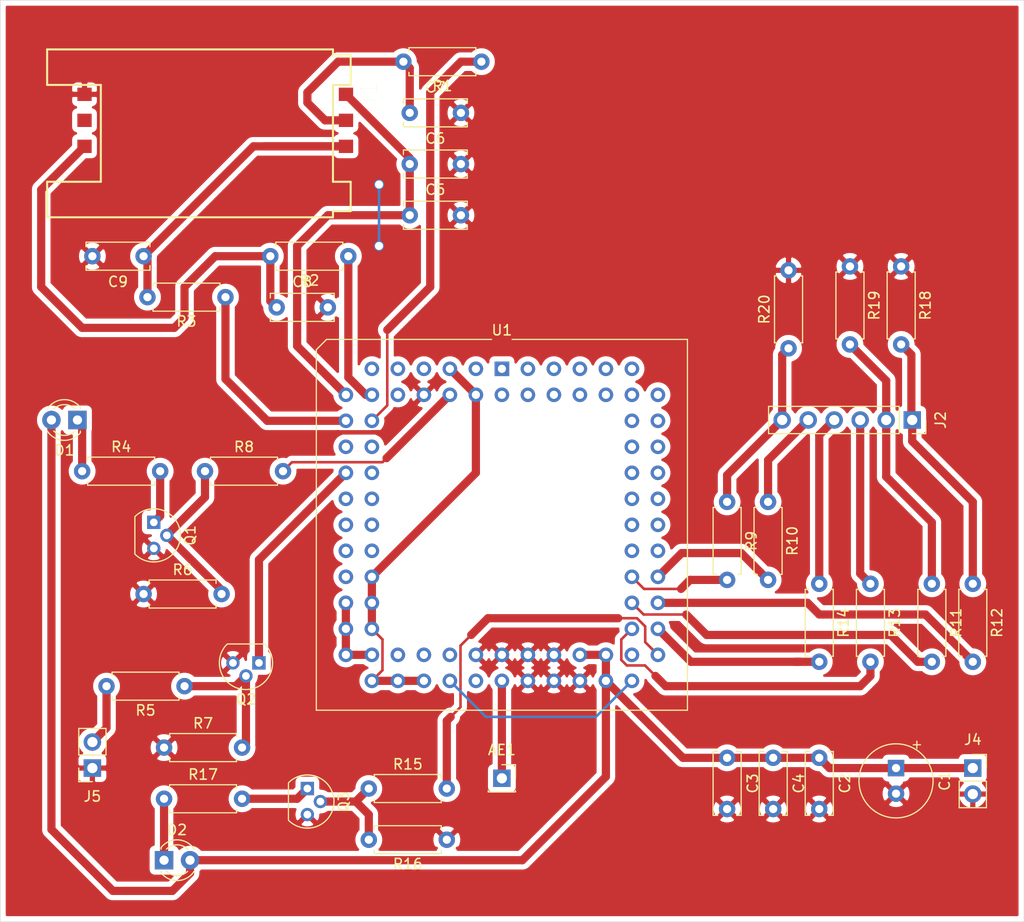
<source format=kicad_pcb>
(kicad_pcb (version 20171130) (host pcbnew "(5.1.9)-1")
  (layers (0 F.Cu signal) (31 B.Cu signal) (34 B.Paste user) (35 F.Paste user) (36 B.SilkS user) (37 F.SilkS user) (38 B.Mask user) (39 F.Mask user) (44 Edge.Cuts user))
  (net 0 "")
  (net 1 /RF_ANTENNA)
  (net 2 /VBAT)
  (net 3 GND)
  (net 4 /VCC_SIM)
  (net 5 "Net-(C7-Pad1)")
  (net 6 "Net-(C8-Pad1)")
  (net 7 "Net-(C9-Pad1)")
  (net 8 "Net-(D1-Pad1)")
  (net 9 "Net-(D2-Pad1)")
  (net 10 "Net-(J2-Pad1)")
  (net 11 "Net-(J2-Pad2)")
  (net 12 "Net-(J2-Pad3)")
  (net 13 "Net-(J2-Pad4)")
  (net 14 "Net-(J2-Pad5)")
  (net 15 "Net-(J2-Pad6)")
  (net 16 /PWR_KEY)
  (net 17 "Net-(Q1-Pad1)")
  (net 18 "Net-(Q1-Pad2)")
  (net 19 "Net-(Q2-Pad2)")
  (net 20 "Net-(Q2-Pad1)")
  (net 21 "Net-(Q3-Pad2)")
  (net 22 "Net-(Q3-Pad1)")
  (net 23 /SIM_DATA)
  (net 24 /SIM_CLK)
  (net 25 /SIM_RST)
  (net 26 "Net-(R8-Pad2)")
  (net 27 /RXD)
  (net 28 /TXD)
  (net 29 /DTR)
  (net 30 /RTS)
  (net 31 /CTS)
  (net 32 /DCD)
  (net 33 "Net-(R15-Pad2)")
  (net 34 "Net-(U1-Pad2)")
  (net 35 "Net-(U1-Pad27)")
  (net 36 "Net-(U1-Pad10)")
  (net 37 "Net-(U1-Pad1)")
  (net 38 "Net-(U1-Pad3)")
  (net 39 "Net-(U1-Pad7)")
  (net 40 "Net-(U1-Pad9)")
  (net 41 "Net-(U1-Pad11)")
  (net 42 "Net-(U1-Pad17)")
  (net 43 "Net-(U1-Pad19)")
  (net 44 "Net-(U1-Pad21)")
  (net 45 "Net-(U1-Pad23)")
  (net 46 "Net-(U1-Pad25)")
  (net 47 "Net-(U1-Pad16)")
  (net 48 "Net-(U1-Pad20)")
  (net 49 "Net-(U1-Pad22)")
  (net 50 "Net-(U1-Pad24)")
  (net 51 "Net-(U1-Pad26)")
  (net 52 "Net-(U1-Pad28)")
  (net 53 "Net-(U1-Pad36)")
  (net 54 "Net-(U1-Pad38)")
  (net 55 "Net-(U1-Pad40)")
  (net 56 "Net-(U1-Pad39)")
  (net 57 "Net-(U1-Pad41)")
  (net 58 "Net-(U1-Pad55)")
  (net 59 "Net-(U1-Pad63)")
  (net 60 "Net-(U1-Pad62)")
  (net 61 "Net-(U1-Pad64)")
  (net 62 "Net-(J1-PadC6)")
  (module Package_LCC:PLCC-84_THT-Socket (layer F.Cu) (at 234 86)
    (fp_text reference U1 (at 0 -3.77) (layer F.SilkS))
    (fp_text value M10_Queltec)
    (pad 2 thru_hole circle (at 0 2.54) (size 1.4224 1.4224) (drill 0.8) (layers *.Cu *.Mask) (net 34 "Net-(U1-Pad2)"))
    (pad 4 thru_hole circle (at -2.54 2.54) (size 1.4224 1.4224) (drill 0.8) (layers *.Cu *.Mask) (net 35 "Net-(U1-Pad27)"))
    (pad 6 thru_hole circle (at -5.08 2.54) (size 1.4224 1.4224) (drill 0.8) (layers *.Cu *.Mask) (net 26 "Net-(R8-Pad2)"))
    (pad 8 thru_hole circle (at -7.62 2.54) (size 1.4224 1.4224) (drill 0.8) (layers *.Cu *.Mask) (net 3 GND))
    (pad 10 thru_hole circle (at -10.16 2.54) (size 1.4224 1.4224) (drill 0.8) (layers *.Cu *.Mask) (net 36 "Net-(U1-Pad10)"))
    (pad 84 thru_hole circle (at 2.54 2.54) (size 1.4224 1.4224) (drill 0.8) (layers *.Cu *.Mask))
    (pad 82 thru_hole circle (at 5.08 2.54) (size 1.4224 1.4224) (drill 0.8) (layers *.Cu *.Mask))
    (pad 80 thru_hole circle (at 7.62 2.54) (size 1.4224 1.4224) (drill 0.8) (layers *.Cu *.Mask))
    (pad 78 thru_hole circle (at 10.16 2.54) (size 1.4224 1.4224) (drill 0.8) (layers *.Cu *.Mask))
    (pad 76 thru_hole circle (at 12.7 2.54) (size 1.4224 1.4224) (drill 0.8) (layers *.Cu *.Mask))
    (pad 74 thru_hole circle (at 15.24 2.54) (size 1.4224 1.4224) (drill 0.8) (layers *.Cu *.Mask))
    (pad 1 thru_hole rect (at 0 0) (size 1.4224 1.4224) (drill 0.8) (layers *.Cu *.Mask) (net 37 "Net-(U1-Pad1)"))
    (pad 3 thru_hole circle (at -2.54 0) (size 1.4224 1.4224) (drill 0.8) (layers *.Cu *.Mask) (net 38 "Net-(U1-Pad3)"))
    (pad 5 thru_hole circle (at -5.08 0) (size 1.4224 1.4224) (drill 0.8) (layers *.Cu *.Mask) (net 35 "Net-(U1-Pad27)"))
    (pad 7 thru_hole circle (at -7.62 0) (size 1.4224 1.4224) (drill 0.8) (layers *.Cu *.Mask) (net 39 "Net-(U1-Pad7)"))
    (pad 9 thru_hole circle (at -10.16 0) (size 1.4224 1.4224) (drill 0.8) (layers *.Cu *.Mask) (net 40 "Net-(U1-Pad9)"))
    (pad 11 thru_hole circle (at -12.7 0) (size 1.4224 1.4224) (drill 0.8) (layers *.Cu *.Mask) (net 41 "Net-(U1-Pad11)"))
    (pad 83 thru_hole circle (at 2.54 0) (size 1.4224 1.4224) (drill 0.8) (layers *.Cu *.Mask))
    (pad 81 thru_hole circle (at 5.08 0) (size 1.4224 1.4224) (drill 0.8) (layers *.Cu *.Mask))
    (pad 79 thru_hole circle (at 7.62 0) (size 1.4224 1.4224) (drill 0.8) (layers *.Cu *.Mask))
    (pad 77 thru_hole circle (at 10.16 0) (size 1.4224 1.4224) (drill 0.8) (layers *.Cu *.Mask))
    (pad 75 thru_hole circle (at 12.7 0) (size 1.4224 1.4224) (drill 0.8) (layers *.Cu *.Mask))
    (pad 13 thru_hole circle (at -12.7 2.54) (size 1.4224 1.4224) (drill 0.8) (layers *.Cu *.Mask) (net 23 /SIM_DATA))
    (pad 15 thru_hole circle (at -12.7 5.08) (size 1.4224 1.4224) (drill 0.8) (layers *.Cu *.Mask) (net 25 /SIM_RST))
    (pad 17 thru_hole circle (at -12.7 7.62) (size 1.4224 1.4224) (drill 0.8) (layers *.Cu *.Mask) (net 42 "Net-(U1-Pad17)"))
    (pad 19 thru_hole circle (at -12.7 10.16) (size 1.4224 1.4224) (drill 0.8) (layers *.Cu *.Mask) (net 43 "Net-(U1-Pad19)"))
    (pad 21 thru_hole circle (at -12.7 12.7) (size 1.4224 1.4224) (drill 0.8) (layers *.Cu *.Mask) (net 44 "Net-(U1-Pad21)"))
    (pad 23 thru_hole circle (at -12.7 15.24) (size 1.4224 1.4224) (drill 0.8) (layers *.Cu *.Mask) (net 45 "Net-(U1-Pad23)"))
    (pad 25 thru_hole circle (at -12.7 17.78) (size 1.4224 1.4224) (drill 0.8) (layers *.Cu *.Mask) (net 46 "Net-(U1-Pad25)"))
    (pad 27 thru_hole circle (at -12.7 20.32) (size 1.4224 1.4224) (drill 0.8) (layers *.Cu *.Mask) (net 35 "Net-(U1-Pad27)"))
    (pad 29 thru_hole circle (at -12.7 22.86) (size 1.4224 1.4224) (drill 0.8) (layers *.Cu *.Mask) (net 35 "Net-(U1-Pad27)"))
    (pad 31 thru_hole circle (at -12.7 25.4) (size 1.4224 1.4224) (drill 0.8) (layers *.Cu *.Mask) (net 35 "Net-(U1-Pad27)"))
    (pad 12 thru_hole circle (at -15.24 2.54) (size 1.4224 1.4224) (drill 0.8) (layers *.Cu *.Mask) (net 4 /VCC_SIM))
    (pad 14 thru_hole circle (at -15.24 5.08) (size 1.4224 1.4224) (drill 0.8) (layers *.Cu *.Mask) (net 24 /SIM_CLK))
    (pad 16 thru_hole circle (at -15.24 7.62) (size 1.4224 1.4224) (drill 0.8) (layers *.Cu *.Mask) (net 47 "Net-(U1-Pad16)"))
    (pad 18 thru_hole circle (at -15.24 10.16) (size 1.4224 1.4224) (drill 0.8) (layers *.Cu *.Mask) (net 20 "Net-(Q2-Pad1)"))
    (pad 20 thru_hole circle (at -15.24 12.7) (size 1.4224 1.4224) (drill 0.8) (layers *.Cu *.Mask) (net 48 "Net-(U1-Pad20)"))
    (pad 22 thru_hole circle (at -15.24 15.24) (size 1.4224 1.4224) (drill 0.8) (layers *.Cu *.Mask) (net 49 "Net-(U1-Pad22)"))
    (pad 24 thru_hole circle (at -15.24 17.78) (size 1.4224 1.4224) (drill 0.8) (layers *.Cu *.Mask) (net 50 "Net-(U1-Pad24)"))
    (pad 26 thru_hole circle (at -15.24 20.32) (size 1.4224 1.4224) (drill 0.8) (layers *.Cu *.Mask) (net 51 "Net-(U1-Pad26)"))
    (pad 28 thru_hole circle (at -15.24 22.86) (size 1.4224 1.4224) (drill 0.8) (layers *.Cu *.Mask) (net 52 "Net-(U1-Pad28)"))
    (pad 30 thru_hole circle (at -15.24 25.4) (size 1.4224 1.4224) (drill 0.8) (layers *.Cu *.Mask) (net 52 "Net-(U1-Pad28)"))
    (pad 32 thru_hole circle (at -15.24 27.94) (size 1.4224 1.4224) (drill 0.8) (layers *.Cu *.Mask) (net 52 "Net-(U1-Pad28)"))
    (pad 34 thru_hole circle (at -12.7 27.94) (size 1.4224 1.4224) (drill 0.8) (layers *.Cu *.Mask) (net 52 "Net-(U1-Pad28)"))
    (pad 36 thru_hole circle (at -10.16 27.94) (size 1.4224 1.4224) (drill 0.8) (layers *.Cu *.Mask) (net 53 "Net-(U1-Pad36)"))
    (pad 38 thru_hole circle (at -7.62 27.94) (size 1.4224 1.4224) (drill 0.8) (layers *.Cu *.Mask) (net 54 "Net-(U1-Pad38)"))
    (pad 40 thru_hole circle (at -5.08 27.94) (size 1.4224 1.4224) (drill 0.8) (layers *.Cu *.Mask) (net 55 "Net-(U1-Pad40)"))
    (pad 42 thru_hole circle (at -2.54 27.94) (size 1.4224 1.4224) (drill 0.8) (layers *.Cu *.Mask) (net 3 GND))
    (pad 44 thru_hole circle (at 0 27.94) (size 1.4224 1.4224) (drill 0.8) (layers *.Cu *.Mask) (net 3 GND))
    (pad 46 thru_hole circle (at 2.54 27.94) (size 1.4224 1.4224) (drill 0.8) (layers *.Cu *.Mask) (net 3 GND))
    (pad 48 thru_hole circle (at 5.08 27.94) (size 1.4224 1.4224) (drill 0.8) (layers *.Cu *.Mask) (net 3 GND))
    (pad 50 thru_hole circle (at 7.62 27.94) (size 1.4224 1.4224) (drill 0.8) (layers *.Cu *.Mask) (net 2 /VBAT))
    (pad 52 thru_hole circle (at 10.16 27.94) (size 1.4224 1.4224) (drill 0.8) (layers *.Cu *.Mask) (net 2 /VBAT))
    (pad 33 thru_hole circle (at -12.7 30.48) (size 1.4224 1.4224) (drill 0.8) (layers *.Cu *.Mask) (net 35 "Net-(U1-Pad27)"))
    (pad 35 thru_hole circle (at -10.16 30.48) (size 1.4224 1.4224) (drill 0.8) (layers *.Cu *.Mask) (net 35 "Net-(U1-Pad27)"))
    (pad 37 thru_hole circle (at -7.62 30.48) (size 1.4224 1.4224) (drill 0.8) (layers *.Cu *.Mask) (net 35 "Net-(U1-Pad27)"))
    (pad 39 thru_hole circle (at -5.08 30.48) (size 1.4224 1.4224) (drill 0.8) (layers *.Cu *.Mask) (net 56 "Net-(U1-Pad39)"))
    (pad 41 thru_hole circle (at -2.54 30.48) (size 1.4224 1.4224) (drill 0.8) (layers *.Cu *.Mask) (net 57 "Net-(U1-Pad41)"))
    (pad 43 thru_hole circle (at 0 30.48) (size 1.4224 1.4224) (drill 0.8) (layers *.Cu *.Mask) (net 1 /RF_ANTENNA))
    (pad 45 thru_hole circle (at 2.54 30.48) (size 1.4224 1.4224) (drill 0.8) (layers *.Cu *.Mask) (net 3 GND))
    (pad 47 thru_hole circle (at 5.08 30.48) (size 1.4224 1.4224) (drill 0.8) (layers *.Cu *.Mask) (net 3 GND))
    (pad 49 thru_hole circle (at 7.62 30.48) (size 1.4224 1.4224) (drill 0.8) (layers *.Cu *.Mask) (net 3 GND))
    (pad 51 thru_hole circle (at 10.16 30.48) (size 1.4224 1.4224) (drill 0.8) (layers *.Cu *.Mask) (net 2 /VBAT))
    (pad 53 thru_hole circle (at 12.7 30.48) (size 1.4224 1.4224) (drill 0.8) (layers *.Cu *.Mask) (net 56 "Net-(U1-Pad39)"))
    (pad 55 thru_hole circle (at 12.7 27.94) (size 1.4224 1.4224) (drill 0.8) (layers *.Cu *.Mask) (net 58 "Net-(U1-Pad55)"))
    (pad 57 thru_hole circle (at 12.7 25.4) (size 1.4224 1.4224) (drill 0.8) (layers *.Cu *.Mask) (net 31 /CTS))
    (pad 59 thru_hole circle (at 12.7 22.86) (size 1.4224 1.4224) (drill 0.8) (layers *.Cu *.Mask) (net 29 /DTR))
    (pad 61 thru_hole circle (at 12.7 20.32) (size 1.4224 1.4224) (drill 0.8) (layers *.Cu *.Mask) (net 27 /RXD))
    (pad 63 thru_hole circle (at 12.7 17.78) (size 1.4224 1.4224) (drill 0.8) (layers *.Cu *.Mask) (net 59 "Net-(U1-Pad63)"))
    (pad 65 thru_hole circle (at 12.7 15.24) (size 1.4224 1.4224) (drill 0.8) (layers *.Cu *.Mask))
    (pad 67 thru_hole circle (at 12.7 12.7) (size 1.4224 1.4224) (drill 0.8) (layers *.Cu *.Mask))
    (pad 69 thru_hole circle (at 12.7 10.16) (size 1.4224 1.4224) (drill 0.8) (layers *.Cu *.Mask))
    (pad 71 thru_hole circle (at 12.7 7.62) (size 1.4224 1.4224) (drill 0.8) (layers *.Cu *.Mask))
    (pad 73 thru_hole circle (at 12.7 5.08) (size 1.4224 1.4224) (drill 0.8) (layers *.Cu *.Mask))
    (pad 54 thru_hole circle (at 15.24 27.94) (size 1.4224 1.4224) (drill 0.8) (layers *.Cu *.Mask) (net 33 "Net-(R15-Pad2)"))
    (pad 56 thru_hole circle (at 15.24 25.4) (size 1.4224 1.4224) (drill 0.8) (layers *.Cu *.Mask) (net 32 /DCD))
    (pad 58 thru_hole circle (at 15.24 22.86) (size 1.4224 1.4224) (drill 0.8) (layers *.Cu *.Mask) (net 30 /RTS))
    (pad 60 thru_hole circle (at 15.24 20.32) (size 1.4224 1.4224) (drill 0.8) (layers *.Cu *.Mask) (net 28 /TXD))
    (pad 62 thru_hole circle (at 15.24 17.78) (size 1.4224 1.4224) (drill 0.8) (layers *.Cu *.Mask) (net 60 "Net-(U1-Pad62)"))
    (pad 64 thru_hole circle (at 15.24 15.24) (size 1.4224 1.4224) (drill 0.8) (layers *.Cu *.Mask) (net 61 "Net-(U1-Pad64)"))
    (pad 66 thru_hole circle (at 15.24 12.7) (size 1.4224 1.4224) (drill 0.8) (layers *.Cu *.Mask))
    (pad 68 thru_hole circle (at 15.24 10.16) (size 1.4224 1.4224) (drill 0.8) (layers *.Cu *.Mask))
    (pad 70 thru_hole circle (at 15.24 7.62) (size 1.4224 1.4224) (drill 0.8) (layers *.Cu *.Mask))
    (pad 72 thru_hole circle (at 15.24 5.08) (size 1.4224 1.4224) (drill 0.8) (layers *.Cu *.Mask))
  )
  (module Connector_PinSocket_2.54mm:PinSocket_1x01_P2.54mm_Vertical (layer F.Cu) (at 234 126)
    (fp_text reference AE1 (at 0 -2.77) (layer F.SilkS))
    (fp_text value Antenna)
    (pad 1 thru_hole rect (at 0 0) (size 1.7 1.7) (drill 1) (layers *.Cu *.Mask) (net 1 /RF_ANTENNA))
  )
  (module Capacitor_THT:CP_Radial_Tantal_D7.0mm_P2.50mm (layer F.Cu) (at 272.5 125 270)
    (fp_text reference C1 (at 1.25 -4.75 90) (layer F.SilkS))
    (fp_text value 100uF)
    (pad 1 thru_hole rect (at 0 0 270) (size 1.6 1.6) (drill 0.8) (layers *.Cu *.Mask) (net 2 /VBAT))
    (pad 2 thru_hole circle (at 2.5 0 270) (size 1.6 1.6) (drill 0.8) (layers *.Cu *.Mask) (net 3 GND))
  )
  (module Capacitor_THT:C_Disc_D6.0mm_W2.5mm_P5.00mm (layer F.Cu) (at 265 124 270)
    (fp_text reference C2 (at 2.5 -2.5 90) (layer F.SilkS))
    (fp_text value 100n)
    (pad 2 thru_hole circle (at 5 0 270) (size 1.6 1.6) (drill 0.8) (layers *.Cu *.Mask) (net 3 GND))
    (pad 1 thru_hole circle (at 0 0 270) (size 1.6 1.6) (drill 0.8) (layers *.Cu *.Mask) (net 2 /VBAT))
  )
  (module Capacitor_THT:C_Disc_D6.0mm_W2.5mm_P5.00mm (layer F.Cu) (at 256 124 270)
    (fp_text reference C3 (at 2.5 -2.5 90) (layer F.SilkS))
    (fp_text value 10p)
    (pad 2 thru_hole circle (at 5 0 270) (size 1.6 1.6) (drill 0.8) (layers *.Cu *.Mask) (net 3 GND))
    (pad 1 thru_hole circle (at 0 0 270) (size 1.6 1.6) (drill 0.8) (layers *.Cu *.Mask) (net 2 /VBAT))
  )
  (module Capacitor_THT:C_Disc_D6.0mm_W2.5mm_P5.00mm (layer F.Cu) (at 260.5 124 270)
    (fp_text reference C4 (at 2.5 -2.5 90) (layer F.SilkS))
    (fp_text value 33p)
    (pad 1 thru_hole circle (at 0 0 270) (size 1.6 1.6) (drill 0.8) (layers *.Cu *.Mask) (net 2 /VBAT))
    (pad 2 thru_hole circle (at 5 0 270) (size 1.6 1.6) (drill 0.8) (layers *.Cu *.Mask) (net 3 GND))
  )
  (module Capacitor_THT:C_Disc_D6.0mm_W2.5mm_P5.00mm (layer F.Cu) (at 225 71)
    (fp_text reference C5 (at 2.5 -2.5) (layer F.SilkS))
    (fp_text value 33p)
    (pad 1 thru_hole circle (at 0 0) (size 1.6 1.6) (drill 0.8) (layers *.Cu *.Mask) (net 4 /VCC_SIM))
    (pad 2 thru_hole circle (at 5 0) (size 1.6 1.6) (drill 0.8) (layers *.Cu *.Mask) (net 3 GND))
  )
  (module Capacitor_THT:C_Disc_D6.0mm_W2.5mm_P5.00mm (layer F.Cu) (at 225 66)
    (fp_text reference C6 (at 2.5 -2.5) (layer F.SilkS))
    (fp_text value 100n)
    (pad 2 thru_hole circle (at 5 0) (size 1.6 1.6) (drill 0.8) (layers *.Cu *.Mask) (net 3 GND))
    (pad 1 thru_hole circle (at 0 0) (size 1.6 1.6) (drill 0.8) (layers *.Cu *.Mask) (net 4 /VCC_SIM))
  )
  (module Capacitor_THT:C_Disc_D6.0mm_W2.5mm_P5.00mm (layer F.Cu) (at 225 61)
    (fp_text reference C7 (at 2.5 -2.5) (layer F.SilkS))
    (fp_text value 33p)
    (pad 1 thru_hole circle (at 0 0) (size 1.6 1.6) (drill 0.8) (layers *.Cu *.Mask) (net 5 "Net-(C7-Pad1)"))
    (pad 2 thru_hole circle (at 5 0) (size 1.6 1.6) (drill 0.8) (layers *.Cu *.Mask) (net 3 GND))
  )
  (module Capacitor_THT:C_Disc_D6.0mm_W2.5mm_P5.00mm (layer F.Cu) (at 212 80)
    (fp_text reference C8 (at 2.5 -2.5) (layer F.SilkS))
    (fp_text value 33p)
    (pad 1 thru_hole circle (at 0 0) (size 1.6 1.6) (drill 0.8) (layers *.Cu *.Mask) (net 6 "Net-(C8-Pad1)"))
    (pad 2 thru_hole circle (at 5 0) (size 1.6 1.6) (drill 0.8) (layers *.Cu *.Mask) (net 3 GND))
  )
  (module Capacitor_THT:C_Disc_D6.0mm_W2.5mm_P5.00mm (layer F.Cu) (at 199 75 180)
    (fp_text reference C9 (at 2.5 -2.5) (layer F.SilkS))
    (fp_text value 33p)
    (pad 2 thru_hole circle (at 5 0 180) (size 1.6 1.6) (drill 0.8) (layers *.Cu *.Mask) (net 3 GND))
    (pad 1 thru_hole circle (at 0 0 180) (size 1.6 1.6) (drill 0.8) (layers *.Cu *.Mask) (net 7 "Net-(C9-Pad1)"))
  )
  (module LED_THT:LED_D3.0mm (layer F.Cu) (at 192.54 91 180)
    (fp_text reference D1 (at 1.27 -2.96) (layer F.SilkS))
    (fp_text value LED)
    (pad 2 thru_hole circle (at 2.54 0 180) (size 1.8 1.8) (drill 0.9) (layers *.Cu *.Mask) (net 2 /VBAT))
    (pad 1 thru_hole rect (at 0 0 180) (size 1.8 1.8) (drill 0.9) (layers *.Cu *.Mask) (net 8 "Net-(D1-Pad1)"))
  )
  (module LED_THT:LED_D3.0mm (layer F.Cu) (at 201 134)
    (fp_text reference D2 (at 1.27 -2.96) (layer F.SilkS))
    (fp_text value LED)
    (pad 1 thru_hole rect (at 0 0) (size 1.8 1.8) (drill 0.9) (layers *.Cu *.Mask) (net 9 "Net-(D2-Pad1)"))
    (pad 2 thru_hole circle (at 2.54 0) (size 1.8 1.8) (drill 0.9) (layers *.Cu *.Mask) (net 2 /VBAT))
  )
  (module SIM_connector:SIM_connector (layer F.Cu) (at 206 63 270)
    (fp_text reference J1 (at -3.795115 -15.015535 90) (layer F.SilkS) (effects (font (size 1.600055 1.600055) (thickness 0.015))))
    (fp_text value SIM_Card)
    (pad C1 smd rect (at -3.81 -12.77 270) (size 1.3 1.4) (layers F.Cu F.Paste F.Mask) (net 4 /VCC_SIM))
    (pad C2 smd rect (at -1.27 -12.77 270) (size 1.3 1.4) (layers F.Cu F.Paste F.Mask) (net 5 "Net-(C7-Pad1)"))
    (pad C3 smd rect (at 1.27 -12.77 270) (size 1.3 1.4) (layers F.Cu F.Paste F.Mask) (net 7 "Net-(C9-Pad1)"))
    (pad C5 smd rect (at -3.81 12.77 270) (size 1.3 1.4) (layers F.Cu F.Paste F.Mask) (net 3 GND))
    (pad C6 smd rect (at -1.27 12.77 270) (size 1.3 1.4) (layers F.Cu F.Paste F.Mask) (net 62 "Net-(J1-PadC6)"))
    (pad C7 smd rect (at 1.27 12.77 270) (size 1.3 1.4) (layers F.Cu F.Paste F.Mask) (net 6 "Net-(C8-Pad1)"))
  )
  (module Connector_PinSocket_2.54mm:PinSocket_1x06_P2.54mm_Vertical (layer F.Cu) (at 274.08 91 270)
    (fp_text reference J2 (at 0 -2.77 90) (layer F.SilkS))
    (fp_text value Conn_01x06)
    (pad 1 thru_hole rect (at 0 0 270) (size 1.7 1.7) (drill 1) (layers *.Cu *.Mask) (net 10 "Net-(J2-Pad1)"))
    (pad 2 thru_hole oval (at 0 2.54 270) (size 1.7 1.7) (drill 1) (layers *.Cu *.Mask) (net 11 "Net-(J2-Pad2)"))
    (pad 3 thru_hole oval (at 0 5.08 270) (size 1.7 1.7) (drill 1) (layers *.Cu *.Mask) (net 12 "Net-(J2-Pad3)"))
    (pad 4 thru_hole oval (at 0 7.62 270) (size 1.7 1.7) (drill 1) (layers *.Cu *.Mask) (net 13 "Net-(J2-Pad4)"))
    (pad 5 thru_hole oval (at 0 10.16 270) (size 1.7 1.7) (drill 1) (layers *.Cu *.Mask) (net 14 "Net-(J2-Pad5)"))
    (pad 6 thru_hole oval (at 0 12.7 270) (size 1.7 1.7) (drill 1) (layers *.Cu *.Mask) (net 15 "Net-(J2-Pad6)"))
  )
  (module Connector_PinSocket_2.54mm:PinSocket_1x02_P2.54mm_Vertical (layer F.Cu) (at 280 125)
    (fp_text reference J4 (at 0 -2.77) (layer F.SilkS))
    (fp_text value Conn_01x02)
    (pad 2 thru_hole oval (at 0 2.54) (size 1.7 1.7) (drill 1) (layers *.Cu *.Mask) (net 3 GND))
    (pad 1 thru_hole rect (at 0 0) (size 1.7 1.7) (drill 1) (layers *.Cu *.Mask) (net 2 /VBAT))
  )
  (module Connector_PinSocket_2.54mm:PinSocket_1x02_P2.54mm_Vertical (layer F.Cu) (at 194 125 180)
    (fp_text reference J5 (at 0 -2.77) (layer F.SilkS))
    (fp_text value Conn_01x02)
    (pad 1 thru_hole rect (at 0 0 180) (size 1.7 1.7) (drill 1) (layers *.Cu *.Mask) (net 3 GND))
    (pad 2 thru_hole oval (at 0 2.54 180) (size 1.7 1.7) (drill 1) (layers *.Cu *.Mask) (net 16 /PWR_KEY))
  )
  (module Package_TO_SOT_THT:TO-92 (layer F.Cu) (at 200 101 270)
    (fp_text reference Q1 (at 1.27 -3.56 90) (layer F.SilkS))
    (fp_text value NPN_BC546)
    (pad 1 thru_hole rect (at 0 0 270) (size 1.3 1.3) (drill 0.75) (layers *.Cu *.Mask) (net 17 "Net-(Q1-Pad1)"))
    (pad 3 thru_hole circle (at 2.54 0 270) (size 1.3 1.3) (drill 0.75) (layers *.Cu *.Mask) (net 3 GND))
    (pad 2 thru_hole circle (at 1.27 -1.27 270) (size 1.3 1.3) (drill 0.75) (layers *.Cu *.Mask) (net 18 "Net-(Q1-Pad2)"))
  )
  (module Package_TO_SOT_THT:TO-92 (layer F.Cu) (at 210.27 114.73 180)
    (fp_text reference Q2 (at 1.27 -3.56) (layer F.SilkS))
    (fp_text value NPN_BC546)
    (pad 2 thru_hole circle (at 1.27 -1.27 180) (size 1.3 1.3) (drill 0.75) (layers *.Cu *.Mask) (net 19 "Net-(Q2-Pad2)"))
    (pad 3 thru_hole circle (at 2.54 0 180) (size 1.3 1.3) (drill 0.75) (layers *.Cu *.Mask) (net 3 GND))
    (pad 1 thru_hole rect (at 0 0 180) (size 1.3 1.3) (drill 0.75) (layers *.Cu *.Mask) (net 20 "Net-(Q2-Pad1)"))
  )
  (module Package_TO_SOT_THT:TO-92 (layer F.Cu) (at 215 127 270)
    (fp_text reference Q3 (at 1.27 -3.56 90) (layer F.SilkS))
    (fp_text value NPN_BC546)
    (pad 2 thru_hole circle (at 1.27 -1.27 270) (size 1.3 1.3) (drill 0.75) (layers *.Cu *.Mask) (net 21 "Net-(Q3-Pad2)"))
    (pad 3 thru_hole circle (at 2.54 0 270) (size 1.3 1.3) (drill 0.75) (layers *.Cu *.Mask) (net 3 GND))
    (pad 1 thru_hole rect (at 0 0 270) (size 1.3 1.3) (drill 0.75) (layers *.Cu *.Mask) (net 22 "Net-(Q3-Pad1)"))
  )
  (module Resistor_THT:R_Axial_DIN0207_L6.3mm_D2.5mm_P7.62mm_Horizontal (layer F.Cu) (at 232 56 180)
    (fp_text reference R1 (at 3.81 -2.37) (layer F.SilkS))
    (fp_text value 22)
    (pad 1 thru_hole circle (at 0 0 180) (size 1.6 1.6) (drill 0.8) (layers *.Cu *.Mask) (net 25 /SIM_RST))
    (pad 2 thru_hole oval (at 7.62 0 180) (size 1.6 1.6) (drill 0.8) (layers *.Cu *.Mask) (net 5 "Net-(C7-Pad1)"))
  )
  (module Resistor_THT:R_Axial_DIN0207_L6.3mm_D2.5mm_P7.62mm_Horizontal (layer F.Cu) (at 219 75 180)
    (fp_text reference R2 (at 3.81 -2.37) (layer F.SilkS))
    (fp_text value 22)
    (pad 1 thru_hole circle (at 0 0 180) (size 1.6 1.6) (drill 0.8) (layers *.Cu *.Mask) (net 23 /SIM_DATA))
    (pad 2 thru_hole oval (at 7.62 0 180) (size 1.6 1.6) (drill 0.8) (layers *.Cu *.Mask) (net 6 "Net-(C8-Pad1)"))
  )
  (module Resistor_THT:R_Axial_DIN0207_L6.3mm_D2.5mm_P7.62mm_Horizontal (layer F.Cu) (at 207 79 180)
    (fp_text reference R3 (at 3.81 -2.37) (layer F.SilkS))
    (fp_text value 22)
    (pad 2 thru_hole oval (at 7.62 0 180) (size 1.6 1.6) (drill 0.8) (layers *.Cu *.Mask) (net 7 "Net-(C9-Pad1)"))
    (pad 1 thru_hole circle (at 0 0 180) (size 1.6 1.6) (drill 0.8) (layers *.Cu *.Mask) (net 24 /SIM_CLK))
  )
  (module Resistor_THT:R_Axial_DIN0207_L6.3mm_D2.5mm_P7.62mm_Horizontal (layer F.Cu) (at 193 96)
    (fp_text reference R4 (at 3.81 -2.37) (layer F.SilkS))
    (fp_text value 300)
    (pad 1 thru_hole circle (at 0 0) (size 1.6 1.6) (drill 0.8) (layers *.Cu *.Mask) (net 8 "Net-(D1-Pad1)"))
    (pad 2 thru_hole oval (at 7.62 0) (size 1.6 1.6) (drill 0.8) (layers *.Cu *.Mask) (net 17 "Net-(Q1-Pad1)"))
  )
  (module Resistor_THT:R_Axial_DIN0207_L6.3mm_D2.5mm_P7.62mm_Horizontal (layer F.Cu) (at 203 117 180)
    (fp_text reference R5 (at 3.81 -2.37) (layer F.SilkS))
    (fp_text value 4k7)
    (pad 1 thru_hole circle (at 0 0 180) (size 1.6 1.6) (drill 0.8) (layers *.Cu *.Mask) (net 19 "Net-(Q2-Pad2)"))
    (pad 2 thru_hole oval (at 7.62 0 180) (size 1.6 1.6) (drill 0.8) (layers *.Cu *.Mask) (net 16 /PWR_KEY))
  )
  (module Resistor_THT:R_Axial_DIN0207_L6.3mm_D2.5mm_P7.62mm_Horizontal (layer F.Cu) (at 199 108)
    (fp_text reference R6 (at 3.81 -2.37) (layer F.SilkS))
    (fp_text value 47k)
    (pad 2 thru_hole oval (at 7.62 0) (size 1.6 1.6) (drill 0.8) (layers *.Cu *.Mask) (net 18 "Net-(Q1-Pad2)"))
    (pad 1 thru_hole circle (at 0 0) (size 1.6 1.6) (drill 0.8) (layers *.Cu *.Mask) (net 3 GND))
  )
  (module Resistor_THT:R_Axial_DIN0207_L6.3mm_D2.5mm_P7.62mm_Horizontal (layer F.Cu) (at 201 123)
    (fp_text reference R7 (at 3.81 -2.37) (layer F.SilkS))
    (fp_text value 47k)
    (pad 2 thru_hole oval (at 7.62 0) (size 1.6 1.6) (drill 0.8) (layers *.Cu *.Mask) (net 19 "Net-(Q2-Pad2)"))
    (pad 1 thru_hole circle (at 0 0) (size 1.6 1.6) (drill 0.8) (layers *.Cu *.Mask) (net 3 GND))
  )
  (module Resistor_THT:R_Axial_DIN0207_L6.3mm_D2.5mm_P7.62mm_Horizontal (layer F.Cu) (at 205 96)
    (fp_text reference R8 (at 3.81 -2.37) (layer F.SilkS))
    (fp_text value 4k7)
    (pad 1 thru_hole circle (at 0 0) (size 1.6 1.6) (drill 0.8) (layers *.Cu *.Mask) (net 18 "Net-(Q1-Pad2)"))
    (pad 2 thru_hole oval (at 7.62 0) (size 1.6 1.6) (drill 0.8) (layers *.Cu *.Mask) (net 26 "Net-(R8-Pad2)"))
  )
  (module Resistor_THT:R_Axial_DIN0207_L6.3mm_D2.5mm_P7.62mm_Horizontal (layer F.Cu) (at 256 99 270)
    (fp_text reference R9 (at 3.81 -2.37 90) (layer F.SilkS))
    (fp_text value 1k)
    (pad 2 thru_hole oval (at 7.62 0 270) (size 1.6 1.6) (drill 0.8) (layers *.Cu *.Mask) (net 27 /RXD))
    (pad 1 thru_hole circle (at 0 0 270) (size 1.6 1.6) (drill 0.8) (layers *.Cu *.Mask) (net 15 "Net-(J2-Pad6)"))
  )
  (module Resistor_THT:R_Axial_DIN0207_L6.3mm_D2.5mm_P7.62mm_Horizontal (layer F.Cu) (at 260 99 270)
    (fp_text reference R10 (at 3.81 -2.37 90) (layer F.SilkS))
    (fp_text value 1k)
    (pad 1 thru_hole circle (at 0 0 270) (size 1.6 1.6) (drill 0.8) (layers *.Cu *.Mask) (net 14 "Net-(J2-Pad5)"))
    (pad 2 thru_hole oval (at 7.62 0 270) (size 1.6 1.6) (drill 0.8) (layers *.Cu *.Mask) (net 28 /TXD))
  )
  (module Resistor_THT:R_Axial_DIN0207_L6.3mm_D2.5mm_P7.62mm_Horizontal (layer F.Cu) (at 276 107 270)
    (fp_text reference R11 (at 3.81 -2.37 90) (layer F.SilkS))
    (fp_text value 1k)
    (pad 2 thru_hole oval (at 7.62 0 270) (size 1.6 1.6) (drill 0.8) (layers *.Cu *.Mask) (net 29 /DTR))
    (pad 1 thru_hole circle (at 0 0 270) (size 1.6 1.6) (drill 0.8) (layers *.Cu *.Mask) (net 11 "Net-(J2-Pad2)"))
  )
  (module Resistor_THT:R_Axial_DIN0207_L6.3mm_D2.5mm_P7.62mm_Horizontal (layer F.Cu) (at 280 107 270)
    (fp_text reference R12 (at 3.81 -2.37 90) (layer F.SilkS))
    (fp_text value 1k)
    (pad 1 thru_hole circle (at 0 0 270) (size 1.6 1.6) (drill 0.8) (layers *.Cu *.Mask) (net 10 "Net-(J2-Pad1)"))
    (pad 2 thru_hole oval (at 7.62 0 270) (size 1.6 1.6) (drill 0.8) (layers *.Cu *.Mask) (net 30 /RTS))
  )
  (module Resistor_THT:R_Axial_DIN0207_L6.3mm_D2.5mm_P7.62mm_Horizontal (layer F.Cu) (at 270 107 270)
    (fp_text reference R13 (at 3.81 -2.37 90) (layer F.SilkS))
    (fp_text value 1k)
    (pad 2 thru_hole oval (at 7.62 0 270) (size 1.6 1.6) (drill 0.8) (layers *.Cu *.Mask) (net 31 /CTS))
    (pad 1 thru_hole circle (at 0 0 270) (size 1.6 1.6) (drill 0.8) (layers *.Cu *.Mask) (net 12 "Net-(J2-Pad3)"))
  )
  (module Resistor_THT:R_Axial_DIN0207_L6.3mm_D2.5mm_P7.62mm_Horizontal (layer F.Cu) (at 265 107 270)
    (fp_text reference R14 (at 3.81 -2.37 90) (layer F.SilkS))
    (fp_text value 1k)
    (pad 1 thru_hole circle (at 0 0 270) (size 1.6 1.6) (drill 0.8) (layers *.Cu *.Mask) (net 13 "Net-(J2-Pad4)"))
    (pad 2 thru_hole oval (at 7.62 0 270) (size 1.6 1.6) (drill 0.8) (layers *.Cu *.Mask) (net 32 /DCD))
  )
  (module Resistor_THT:R_Axial_DIN0207_L6.3mm_D2.5mm_P7.62mm_Horizontal (layer F.Cu) (at 221 127)
    (fp_text reference R15 (at 3.81 -2.37) (layer F.SilkS))
    (fp_text value 4k7)
    (pad 2 thru_hole oval (at 7.62 0) (size 1.6 1.6) (drill 0.8) (layers *.Cu *.Mask) (net 33 "Net-(R15-Pad2)"))
    (pad 1 thru_hole circle (at 0 0) (size 1.6 1.6) (drill 0.8) (layers *.Cu *.Mask) (net 21 "Net-(Q3-Pad2)"))
  )
  (module Resistor_THT:R_Axial_DIN0207_L6.3mm_D2.5mm_P7.62mm_Horizontal (layer F.Cu) (at 228.62 132 180)
    (fp_text reference R16 (at 3.81 -2.37) (layer F.SilkS))
    (fp_text value 47k)
    (pad 1 thru_hole circle (at 0 0 180) (size 1.6 1.6) (drill 0.8) (layers *.Cu *.Mask) (net 3 GND))
    (pad 2 thru_hole oval (at 7.62 0 180) (size 1.6 1.6) (drill 0.8) (layers *.Cu *.Mask) (net 21 "Net-(Q3-Pad2)"))
  )
  (module Resistor_THT:R_Axial_DIN0207_L6.3mm_D2.5mm_P7.62mm_Horizontal (layer F.Cu) (at 201 128)
    (fp_text reference R17 (at 3.81 -2.37) (layer F.SilkS))
    (fp_text value 300)
    (pad 2 thru_hole oval (at 7.62 0) (size 1.6 1.6) (drill 0.8) (layers *.Cu *.Mask) (net 22 "Net-(Q3-Pad1)"))
    (pad 1 thru_hole circle (at 0 0) (size 1.6 1.6) (drill 0.8) (layers *.Cu *.Mask) (net 9 "Net-(D2-Pad1)"))
  )
  (module Resistor_THT:R_Axial_DIN0207_L6.3mm_D2.5mm_P7.62mm_Horizontal (layer F.Cu) (at 273 76 270)
    (fp_text reference R18 (at 3.81 -2.37 90) (layer F.SilkS))
    (fp_text value 10k)
    (pad 2 thru_hole oval (at 7.62 0 270) (size 1.6 1.6) (drill 0.8) (layers *.Cu *.Mask) (net 10 "Net-(J2-Pad1)"))
    (pad 1 thru_hole circle (at 0 0 270) (size 1.6 1.6) (drill 0.8) (layers *.Cu *.Mask) (net 3 GND))
  )
  (module Resistor_THT:R_Axial_DIN0207_L6.3mm_D2.5mm_P7.62mm_Horizontal (layer F.Cu) (at 268 76 270)
    (fp_text reference R19 (at 3.81 -2.37 90) (layer F.SilkS))
    (fp_text value 10k)
    (pad 1 thru_hole circle (at 0 0 270) (size 1.6 1.6) (drill 0.8) (layers *.Cu *.Mask) (net 3 GND))
    (pad 2 thru_hole oval (at 7.62 0 270) (size 1.6 1.6) (drill 0.8) (layers *.Cu *.Mask) (net 11 "Net-(J2-Pad2)"))
  )
  (module Resistor_THT:R_Axial_DIN0207_L6.3mm_D2.5mm_P7.62mm_Horizontal (layer F.Cu) (at 262 84 90)
    (fp_text reference R20 (at 3.81 -2.37 90) (layer F.SilkS))
    (fp_text value 10k)
    (pad 2 thru_hole oval (at 7.62 0 90) (size 1.6 1.6) (drill 0.8) (layers *.Cu *.Mask) (net 3 GND))
    (pad 1 thru_hole circle (at 0 0 90) (size 1.6 1.6) (drill 0.8) (layers *.Cu *.Mask) (net 15 "Net-(J2-Pad6)"))
  )
  (gr_line (start 185 140) (end 185 50) (layer Edge.Cuts) (width 0.05))
  (gr_line (start 285 140) (end 285 50) (layer Edge.Cuts) (width 0.05))
  (gr_line (start 185 140) (end 285 140) (layer Edge.Cuts) (width 0.05))
  (gr_line (start 185 50) (end 285 50) (layer Edge.Cuts) (width 0.05))
  (segment (start 222.883799 92.116201) (end 223 92) (width 0.25) (layer F.Cu) (net 3))
  (segment (start 223 92) (end 222.75 92.25) (width 0.25) (layer F.Cu) (net 3))
  (segment (start 234 116.48) (end 234 126) (width 0.8) (layer F.Cu) (net 1))
  (segment (start 260.5 124) (end 256 124) (width 0.8) (layer F.Cu) (net 2))
  (segment (start 265 124) (end 260.5 124) (width 0.8) (layer F.Cu) (net 2))
  (segment (start 266 125) (end 265 124) (width 0.8) (layer F.Cu) (net 2))
  (segment (start 272.5 125) (end 266 125) (width 0.8) (layer F.Cu) (net 2))
  (segment (start 272.5 125) (end 280 125) (width 0.8) (layer F.Cu) (net 2))
  (segment (start 251.68 124) (end 244.16 116.48) (width 0.8) (layer F.Cu) (net 2))
  (segment (start 256 124) (end 251.68 124) (width 0.8) (layer F.Cu) (net 2))
  (segment (start 244.16 116.48) (end 244.16 113.94) (width 0.8) (layer F.Cu) (net 2))
  (segment (start 241.62 113.94) (end 244.16 113.94) (width 0.8) (layer F.Cu) (net 2))
  (segment (start 244.16 116.48) (end 244.16 125.84) (width 0.8) (layer F.Cu) (net 2))
  (segment (start 236 134) (end 203.54 134) (width 0.8) (layer F.Cu) (net 2))
  (segment (start 244.16 125.84) (end 236 134) (width 0.8) (layer F.Cu) (net 2))
  (segment (start 203.54 135.272792) (end 201.812792 137) (width 0.8) (layer F.Cu) (net 2))
  (segment (start 203.54 134) (end 203.54 135.272792) (width 0.8) (layer F.Cu) (net 2))
  (segment (start 201.812792 137) (end 196 137) (width 0.8) (layer F.Cu) (net 2))
  (segment (start 190 131) (end 190 91) (width 0.8) (layer F.Cu) (net 2))
  (segment (start 196 137) (end 190 131) (width 0.8) (layer F.Cu) (net 2))
  (via (at 222 68) (size 1) (drill 0.8) (layers F.Cu B.Cu) (net 3))
  (via (at 222 74) (size 1) (drill 0.8) (layers F.Cu B.Cu) (net 3))
  (segment (start 222 74) (end 222 68) (width 0.25) (layer B.Cu) (net 3))
  (segment (start 222.133799 92.116201) (end 222.883799 92.116201) (width 0.25) (layer F.Cu) (net 3))
  (segment (start 221.983799 92.116201) (end 221.283799 92.116201) (width 0.25) (layer F.Cu) (net 3))
  (segment (start 221.983799 92.116201) (end 222.133799 92.116201) (width 0.25) (layer F.Cu) (net 3))
  (segment (start 218.262623 92.116201) (end 221.983799 92.116201) (width 0.25) (layer F.Cu) (net 3))
  (segment (start 221.983799 92.116201) (end 221.883799 92.116201) (width 0.25) (layer F.Cu) (net 3))
  (segment (start 221.883799 92.116201) (end 221.7 92.3) (width 0.25) (layer F.Cu) (net 3))
  (segment (start 221.7 92.3) (end 218.1 92.3) (width 0.25) (layer F.Cu) (net 3))
  (segment (start 218.1 92.3) (end 218.1 92.1) (width 0.25) (layer F.Cu) (net 3))
  (segment (start 218.1 92.1) (end 217.9 92.1) (width 0.25) (layer F.Cu) (net 3))
  (segment (start 225 65.42) (end 225 66) (width 0.8) (layer F.Cu) (net 4))
  (segment (start 218.77 59.19) (end 225 65.42) (width 0.8) (layer F.Cu) (net 4))
  (segment (start 225 66) (end 225 71) (width 0.8) (layer F.Cu) (net 4))
  (segment (start 225 71) (end 217 71) (width 0.8) (layer F.Cu) (net 4))
  (segment (start 217 71) (end 214 74) (width 0.8) (layer F.Cu) (net 4))
  (segment (start 214 83.78) (end 218.76 88.54) (width 0.8) (layer F.Cu) (net 4))
  (segment (start 214 74) (end 214 83.78) (width 0.8) (layer F.Cu) (net 4))
  (segment (start 225 56.62) (end 224.38 56) (width 0.8) (layer F.Cu) (net 5))
  (segment (start 225 61) (end 225 56.62) (width 0.8) (layer F.Cu) (net 5))
  (segment (start 218.77 61.73) (end 216.73 61.73) (width 0.8) (layer F.Cu) (net 5))
  (segment (start 216.73 61.73) (end 215 60) (width 0.8) (layer F.Cu) (net 5))
  (segment (start 215 60) (end 215 59) (width 0.8) (layer F.Cu) (net 5))
  (segment (start 218 56) (end 224.38 56) (width 0.8) (layer F.Cu) (net 5))
  (segment (start 215 59) (end 218 56) (width 0.8) (layer F.Cu) (net 5))
  (segment (start 211.38 79.38) (end 212 80) (width 0.8) (layer F.Cu) (net 6))
  (segment (start 211.38 75) (end 211.38 79.38) (width 0.8) (layer F.Cu) (net 6))
  (segment (start 211.38 75) (end 206 75) (width 0.8) (layer F.Cu) (net 6))
  (segment (start 206 75) (end 203 78) (width 0.8) (layer F.Cu) (net 6))
  (segment (start 203 78) (end 203 81) (width 0.8) (layer F.Cu) (net 6))
  (segment (start 203 81) (end 202 82) (width 0.8) (layer F.Cu) (net 6))
  (segment (start 202 82) (end 193 82) (width 0.8) (layer F.Cu) (net 6))
  (segment (start 193 82) (end 189 78) (width 0.8) (layer F.Cu) (net 6))
  (segment (start 189 68.5) (end 193.23 64.27) (width 0.8) (layer F.Cu) (net 6))
  (segment (start 189 78) (end 189 68.5) (width 0.8) (layer F.Cu) (net 6))
  (segment (start 218.77 64.27) (end 210.73 64.27) (width 0.8) (layer F.Cu) (net 7))
  (segment (start 209.73 64.27) (end 199 75) (width 0.8) (layer F.Cu) (net 7))
  (segment (start 218.77 64.27) (end 209.73 64.27) (width 0.8) (layer F.Cu) (net 7))
  (segment (start 199.38 75.38) (end 199 75) (width 0.8) (layer F.Cu) (net 7))
  (segment (start 199.38 79) (end 199.38 75.38) (width 0.8) (layer F.Cu) (net 7))
  (segment (start 193 91.46) (end 192.54 91) (width 0.8) (layer F.Cu) (net 8))
  (segment (start 193 96) (end 193 91.46) (width 0.8) (layer F.Cu) (net 8))
  (segment (start 201 128) (end 201 134) (width 0.8) (layer F.Cu) (net 9))
  (segment (start 274.08 91) (end 274.08 93.08) (width 0.8) (layer F.Cu) (net 10))
  (segment (start 280 99) (end 280 107) (width 0.8) (layer F.Cu) (net 10))
  (segment (start 274.08 93.08) (end 280 99) (width 0.8) (layer F.Cu) (net 10))
  (segment (start 273 83.62) (end 274 84.62) (width 0.8) (layer F.Cu) (net 10))
  (segment (start 274 90.92) (end 274.08 91) (width 0.8) (layer F.Cu) (net 10))
  (segment (start 274 84.62) (end 274 90.92) (width 0.8) (layer F.Cu) (net 10))
  (segment (start 276 107) (end 276 101) (width 0.8) (layer F.Cu) (net 11))
  (segment (start 271.54 96.54) (end 271.54 91) (width 0.8) (layer F.Cu) (net 11))
  (segment (start 276 101) (end 271.54 96.54) (width 0.8) (layer F.Cu) (net 11))
  (segment (start 271.54 87.16) (end 268 83.62) (width 0.8) (layer F.Cu) (net 11))
  (segment (start 271.54 91) (end 271.54 87.16) (width 0.8) (layer F.Cu) (net 11))
  (segment (start 269 106) (end 270 107) (width 0.8) (layer F.Cu) (net 12))
  (segment (start 269 91) (end 269 106) (width 0.8) (layer F.Cu) (net 12))
  (segment (start 265 92.46) (end 266.46 91) (width 0.8) (layer F.Cu) (net 13))
  (segment (start 265 107) (end 265 92.46) (width 0.8) (layer F.Cu) (net 13))
  (segment (start 260 94.92) (end 263.92 91) (width 0.8) (layer F.Cu) (net 14))
  (segment (start 260 99) (end 260 94.92) (width 0.8) (layer F.Cu) (net 14))
  (segment (start 256 96.38) (end 261.38 91) (width 0.8) (layer F.Cu) (net 15))
  (segment (start 256 99) (end 256 96.38) (width 0.8) (layer F.Cu) (net 15))
  (segment (start 261.38 84.62) (end 262 84) (width 0.8) (layer F.Cu) (net 15))
  (segment (start 261.38 91) (end 261.38 84.62) (width 0.8) (layer F.Cu) (net 15))
  (segment (start 195.38 121.08) (end 194 122.46) (width 0.8) (layer F.Cu) (net 16))
  (segment (start 195.38 117) (end 195.38 121.08) (width 0.8) (layer F.Cu) (net 16))
  (segment (start 200.62 100.38) (end 200 101) (width 0.8) (layer F.Cu) (net 17))
  (segment (start 200.62 96) (end 200.62 100.38) (width 0.8) (layer F.Cu) (net 17))
  (segment (start 205 98.54) (end 201.27 102.27) (width 0.8) (layer F.Cu) (net 18))
  (segment (start 205 96) (end 205 98.54) (width 0.8) (layer F.Cu) (net 18))
  (segment (start 206.62 107.62) (end 201.27 102.27) (width 0.8) (layer F.Cu) (net 18))
  (segment (start 206.62 108) (end 206.62 107.62) (width 0.8) (layer F.Cu) (net 18))
  (segment (start 209 122.62) (end 208.62 123) (width 0.8) (layer F.Cu) (net 19))
  (segment (start 209 116) (end 209 122.62) (width 0.8) (layer F.Cu) (net 19))
  (segment (start 208 117) (end 209 116) (width 0.8) (layer F.Cu) (net 19))
  (segment (start 203 117) (end 208 117) (width 0.8) (layer F.Cu) (net 19))
  (segment (start 210.27 104.65) (end 218.76 96.16) (width 0.8) (layer F.Cu) (net 20))
  (segment (start 210.27 114.73) (end 210.27 104.65) (width 0.8) (layer F.Cu) (net 20))
  (segment (start 219.73 128.27) (end 221 127) (width 0.8) (layer F.Cu) (net 21))
  (segment (start 216.27 128.27) (end 219.73 128.27) (width 0.8) (layer F.Cu) (net 21))
  (segment (start 221 129.54) (end 219.73 128.27) (width 0.8) (layer F.Cu) (net 21))
  (segment (start 221 132) (end 221 129.54) (width 0.8) (layer F.Cu) (net 21))
  (segment (start 214 128) (end 215 127) (width 0.8) (layer F.Cu) (net 22))
  (segment (start 208.62 128) (end 214 128) (width 0.8) (layer F.Cu) (net 22))
  (segment (start 220.700578 88.54) (end 221.3 88.54) (width 0.8) (layer F.Cu) (net 23))
  (segment (start 219 86.839422) (end 220.700578 88.54) (width 0.8) (layer F.Cu) (net 23))
  (segment (start 219 75) (end 219 86.839422) (width 0.8) (layer F.Cu) (net 23))
  (segment (start 207 79) (end 207 87) (width 0.8) (layer F.Cu) (net 24))
  (segment (start 211.08 91.08) (end 218.76 91.08) (width 0.8) (layer F.Cu) (net 24))
  (segment (start 207 87) (end 211.08 91.08) (width 0.8) (layer F.Cu) (net 24))
  (segment (start 232 56) (end 230 56) (width 0.8) (layer F.Cu) (net 25))
  (segment (start 230 56) (end 227 59) (width 0.8) (layer F.Cu) (net 25))
  (segment (start 227 59) (end 227 78) (width 0.8) (layer F.Cu) (net 25))
  (segment (start 222.803799 89.576201) (end 222.803799 82.196201) (width 0.25) (layer F.Cu) (net 25))
  (segment (start 221.3 91.08) (end 222.803799 89.576201) (width 0.25) (layer F.Cu) (net 25))
  (segment (start 227 78) (end 222.803799 82.196201) (width 0.8) (layer F.Cu) (net 25))
  (segment (start 213.496201 95.123799) (end 222.336201 95.123799) (width 0.25) (layer F.Cu) (net 26))
  (segment (start 212.62 96) (end 213.496201 95.123799) (width 0.25) (layer F.Cu) (net 26))
  (segment (start 228.92 88.54) (end 222.73 94.73) (width 0.8) (layer F.Cu) (net 26))
  (segment (start 222.336201 95.123799) (end 222.73 94.73) (width 0.25) (layer F.Cu) (net 26))
  (segment (start 246.7 106.32) (end 247.88 107.5) (width 0.25) (layer F.Cu) (net 27))
  (segment (start 247.88 107.5) (end 251.5 107.5) (width 0.25) (layer F.Cu) (net 27))
  (segment (start 252.38 106.62) (end 251.5 107.5) (width 0.8) (layer F.Cu) (net 27))
  (segment (start 256 106.62) (end 252.38 106.62) (width 0.8) (layer F.Cu) (net 27))
  (segment (start 260 106.62) (end 257.38 104) (width 0.8) (layer F.Cu) (net 28))
  (segment (start 251.56 104) (end 249.24 106.32) (width 0.8) (layer F.Cu) (net 28))
  (segment (start 257.38 104) (end 251.56 104) (width 0.8) (layer F.Cu) (net 28))
  (segment (start 246.7 108.86) (end 247.84 110) (width 0.25) (layer F.Cu) (net 29))
  (segment (start 247.84 110) (end 252 110) (width 0.25) (layer F.Cu) (net 29))
  (segment (start 254 112) (end 252 110) (width 0.8) (layer F.Cu) (net 29))
  (segment (start 272 112) (end 254 112) (width 0.8) (layer F.Cu) (net 29))
  (segment (start 274.62 114.62) (end 272 112) (width 0.8) (layer F.Cu) (net 29))
  (segment (start 276 114.62) (end 274.62 114.62) (width 0.8) (layer F.Cu) (net 29))
  (segment (start 263.86 108.86) (end 265 110) (width 0.8) (layer F.Cu) (net 30))
  (segment (start 275.38 110) (end 280 114.62) (width 0.8) (layer F.Cu) (net 30))
  (segment (start 265 110) (end 275.38 110) (width 0.8) (layer F.Cu) (net 30))
  (segment (start 263.86 108.86) (end 249.24 108.86) (width 0.8) (layer F.Cu) (net 30))
  (segment (start 250 117) (end 249 116) (width 0.8) (layer F.Cu) (net 31))
  (segment (start 269 117) (end 250 117) (width 0.8) (layer F.Cu) (net 31))
  (segment (start 270 116) (end 269 117) (width 0.8) (layer F.Cu) (net 31))
  (segment (start 270 114.62) (end 270 116) (width 0.8) (layer F.Cu) (net 31))
  (segment (start 245.663799 112.436201) (end 246.7 111.4) (width 0.25) (layer F.Cu) (net 31))
  (segment (start 245.663799 114.437377) (end 245.663799 112.436201) (width 0.25) (layer F.Cu) (net 31))
  (segment (start 246.202623 114.976201) (end 245.663799 114.437377) (width 0.25) (layer F.Cu) (net 31))
  (segment (start 247.976201 114.976201) (end 246.202623 114.976201) (width 0.25) (layer F.Cu) (net 31))
  (segment (start 249 116) (end 247.976201 114.976201) (width 0.25) (layer F.Cu) (net 31))
  (segment (start 252.46 114.62) (end 249.24 111.4) (width 0.8) (layer F.Cu) (net 32))
  (segment (start 263.12 114.62) (end 252.46 114.62) (width 0.8) (layer F.Cu) (net 32))
  (segment (start 262.62 114.62) (end 263.12 114.62) (width 0.8) (layer F.Cu) (net 32))
  (segment (start 263.12 114.62) (end 265 114.62) (width 0.8) (layer F.Cu) (net 32))
  (segment (start 228.62 127) (end 228.62 120.38) (width 0.8) (layer F.Cu) (net 33))
  (segment (start 228.62 120.38) (end 229 120) (width 0.8) (layer F.Cu) (net 33))
  (segment (start 249.24 113.94) (end 248 112.7) (width 0.25) (layer F.Cu) (net 33))
  (segment (start 248 112.7) (end 248 111.166422) (width 0.25) (layer F.Cu) (net 33))
  (segment (start 248 111.166422) (end 247.197377 110.363799) (width 0.25) (layer F.Cu) (net 33))
  (segment (start 229.956201 119.043799) (end 229 120) (width 0.25) (layer F.Cu) (net 33))
  (segment (start 229.956201 113.043799) (end 229.956201 119.043799) (width 0.25) (layer F.Cu) (net 33))
  (segment (start 232.636201 110.363799) (end 231 112) (width 0.8) (layer F.Cu) (net 33))
  (segment (start 245.363799 110.363799) (end 232.636201 110.363799) (width 0.8) (layer F.Cu) (net 33))
  (segment (start 231 112) (end 229.956201 113.043799) (width 0.25) (layer F.Cu) (net 33))
  (segment (start 247.197377 110.363799) (end 245.363799 110.363799) (width 0.25) (layer F.Cu) (net 33))
  (segment (start 221.3 106.32) (end 221.3 111.4) (width 0.8) (layer F.Cu) (net 35))
  (segment (start 231.46 96.16) (end 231.46 88.54) (width 0.8) (layer F.Cu) (net 35))
  (segment (start 221.3 106.32) (end 231.46 96.16) (width 0.8) (layer F.Cu) (net 35))
  (segment (start 228.92 86) (end 231.46 88.54) (width 0.8) (layer F.Cu) (net 35))
  (segment (start 221.3 116.48) (end 226.38 116.48) (width 0.8) (layer F.Cu) (net 35))
  (segment (start 222.336201 115.443799) (end 221.3 116.48) (width 0.25) (layer F.Cu) (net 35))
  (segment (start 222.336201 112.436201) (end 222.336201 115.443799) (width 0.25) (layer F.Cu) (net 35))
  (segment (start 221.3 111.4) (end 222.336201 112.436201) (width 0.25) (layer F.Cu) (net 35))
  (segment (start 218.76 108.86) (end 218.76 113.94) (width 0.8) (layer F.Cu) (net 52))
  (segment (start 218.76 113.94) (end 221.3 113.94) (width 0.8) (layer F.Cu) (net 52))
  (segment (start 246.7 116.48) (end 243.18 120) (width 0.25) (layer B.Cu) (net 56))
  (segment (start 232.44 120) (end 228.92 116.48) (width 0.25) (layer B.Cu) (net 56))
  (segment (start 243.18 120) (end 232.44 120) (width 0.25) (layer B.Cu) (net 56))
  (zone (net 3) (net_name GND) (layer F.Cu) (connect_pads (clearance 0.508)) (min_thickness 0.254) (fill yes (arc_segments 32) (thermal_gap 0.508) (thermal_bridge_width 0.508))
    (polygon (pts (xy 285 140) (xy 185 140) (xy 185 50) (xy 285 50)))
  )
)
</source>
